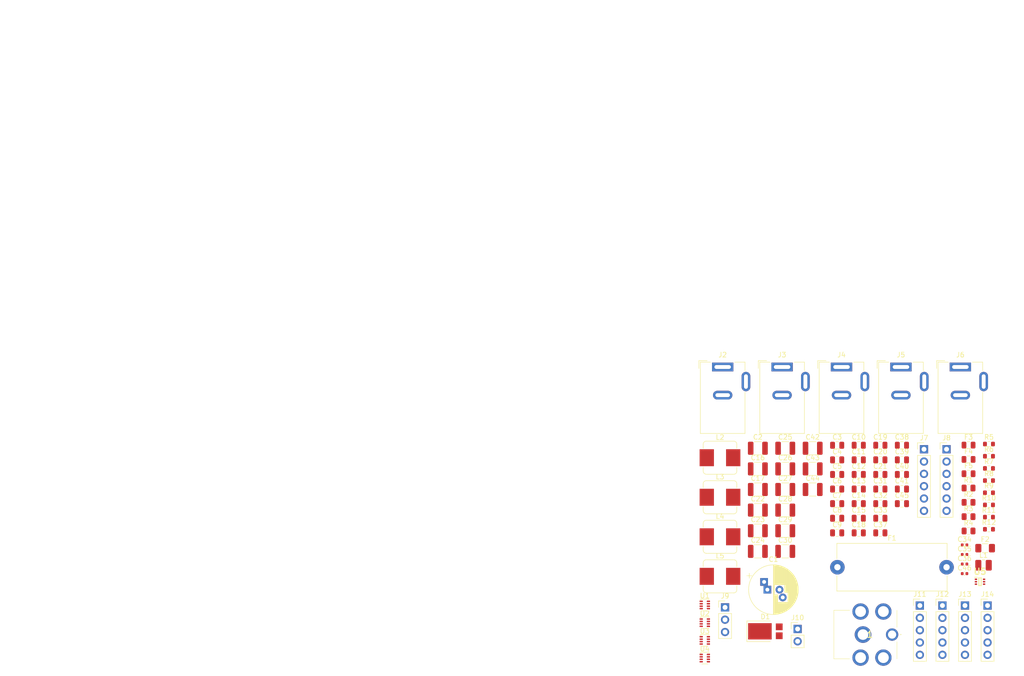
<source format=kicad_pcb>
(kicad_pcb (version 20221018) (generator pcbnew)
  (layers (0 "F.Cu" signal) (31 "B.Cu" signal) (34 "B.Paste" user) (35 "F.Paste" user) (36 "B.SilkS" user "B.Silkscreen") (37 "F.SilkS" user "F.Silkscreen") (38 "B.Mask" user) (39 "F.Mask" user) (44 "Edge.Cuts" user))
  (net 0 "")
  (net 1 "VBUS")
  (net 2 "GND")
  (net 3 "+3.3V")
  (net 4 "Net-(J10-Pin_1)")
  (net 5 "Net-(U1-SW)")
  (net 6 "Net-(U1-BST)")
  (net 7 "Net-(U2-SW)")
  (net 8 "Net-(U2-BST)")
  (net 9 "Net-(U3-SW)")
  (net 10 "Net-(U3-BST)")
  (net 11 "Net-(C22-Pad1)")
  (net 12 "Net-(C23-Pad1)")
  (net 13 "Net-(J9-Pin_1)")
  (net 14 "Net-(U1-FB)")
  (net 15 "Net-(U2-FB)")
  (net 16 "Net-(U3-FB)")
  (net 17 "Net-(U4-SW)")
  (net 18 "Net-(U4-BST)")
  (net 19 "Net-(C42-Pad1)")
  (net 20 "Net-(U4-FB)")
  (net 21 "Net-(D1-A)")
  (net 22 "Net-(F1-Pad1)")
  (net 23 "Net-(J8-Pin_1)")
  (net 24 "Net-(J8-Pin_4)")
  (net 25 "Net-(J7-Pin_1)")
  (net 26 "Net-(J7-Pin_4)")
  (net 27 "Net-(U5-SW)")
  (net 28 "Net-(U5-EN)")
  (net 29 "Net-(U5-FB)")
  (footprint "Fuse:Fuse_0805_2012Metric" (layer "F.Cu") (at 197.08 98.65)
    (fp_text reference "F5" (at 0 -1.65) (layer "F.SilkS"))
    (fp_text value "Polyfuse_Small")
    (pad "1" smd roundrect (at -0.9375 0) (size 0.975 1.4) (layers "F.Cu" "F.Paste" "F.Mask") (net 12 "Net-(C23-Pad1)"))
    (pad "2" smd roundrect (at 0.9375 0) (size 0.975 1.4) (layers "F.Cu" "F.Paste" "F.Mask") (net 26 "Net-(J7-Pin_4)"))
  )
  (footprint "Capacitor_SMD:C_1210_3225Metric" (layer "F.Cu") (at 159.3 114.65)
    (fp_text reference "C30" (at 0 -2.3) (layer "F.SilkS"))
    (fp_text value "22uF")
    (pad "1" smd roundrect (at -1.475 0) (size 1.15 2.7) (layers "F.Cu" "F.Paste" "F.Mask") (roundrect_rratio 0.217391) (net 13 "Net-(J9-Pin_1)"))
    (pad "2" smd roundrect (at 1.475 0) (size 1.15 2.7) (layers "F.Cu" "F.Paste" "F.Mask") (roundrect_rratio 0.217391) (net 2 "GND"))
  )
  (footprint "Capacitor_SMD:C_0805_2012Metric" (layer "F.Cu") (at 170 107.83)
    (fp_text reference "C8" (at 0 -1.68) (layer "F.SilkS"))
    (fp_text value "10uF")
    (pad "1" smd roundrect (at -0.95 0) (size 1 1.45) (layers "F.Cu" "F.Paste" "F.Mask") (net 1 "VBUS"))
    (pad "2" smd roundrect (at 0.95 0) (size 1 1.45) (layers "F.Cu" "F.Paste" "F.Mask") (net 2 "GND"))
  )
  (footprint "Fuse:Fuse_0805_2012Metric" (layer "F.Cu") (at 197.08 95.7)
    (fp_text reference "F4" (at 0 -1.65) (layer "F.SilkS"))
    (fp_text value "Polyfuse_Small")
    (pad "1" smd roundrect (at -0.9375 0) (size 0.975 1.4) (layers "F.Cu" "F.Paste" "F.Mask") (net 12 "Net-(C23-Pad1)"))
    (pad "2" smd roundrect (at 0.9375 0) (size 0.975 1.4) (layers "F.Cu" "F.Paste" "F.Mask") (net 25 "Net-(J7-Pin_1)"))
  )
  (footprint "Wurth:BarrelJack_Wuerth_6941xx301002" (layer "F.Cu") (at 146.4 76.65)
    (fp_text reference "J2" (at 0 -2.5) (layer "F.SilkS"))
    (fp_text value "Barrel_Jack_Switch")
    (pad "1" thru_hole rect (at 0 0) (size 4.4 1.8) (drill oval 3.4 0.8) (layers "*.Cu" "*.Mask") (net 19 "Net-(C42-Pad1)"))
    (pad "2" thru_hole oval (at 0 5.8) (size 4 1.8) (drill oval 3 0.8) (layers "*.Cu" "*.Mask") (net 2 "GND"))
    (pad "3" thru_hole oval (at 4.8 3 90) (size 4 1.8) (drill oval 3 0.8) (layers "*.Cu" "*.Mask") (net 2 "GND"))
  )
  (footprint "Capacitor_SMD:C_1210_3225Metric" (layer "F.Cu") (at 153.65 93.4)
    (fp_text reference "C2" (at 0 -2.3) (layer "F.SilkS"))
    (fp_text value "47uF")
    (pad "1" smd roundrect (at -1.475 0) (size 1.15 2.7) (layers "F.Cu" "F.Paste" "F.Mask") (roundrect_rratio 0.217391) (net 3 "+3.3V"))
    (pad "2" smd roundrect (at 1.475 0) (size 1.15 2.7) (layers "F.Cu" "F.Paste" "F.Mask") (roundrect_rratio 0.217391) (net 2 "GND"))
  )
  (footprint "Inductor_SMD:L_Bourns_SRP7028A_7.3x6.6mm" (layer "F.Cu") (at 145.85 111.65)
    (fp_text reference "L4" (at 0 -4.2) (layer "F.SilkS"))
    (fp_text value "4.6uH")
    (pad "1" smd rect (at -2.725 0) (size 2.95 3.5) (layers "F.Cu" "F.Paste" "F.Mask") (net 9 "Net-(U3-SW)"))
    (pad "2" smd rect (at 2.725 0) (size 2.95 3.5) (layers "F.Cu" "F.Paste" "F.Mask") (net 13 "Net-(J9-Pin_1)"))
  )
  (footprint "Capacitor_SMD:C_1210_3225Metric" (layer "F.Cu") (at 164.95 93.4)
    (fp_text reference "C42" (at 0 -2.3) (layer "F.SilkS"))
    (fp_text value "22uF")
    (pad "1" smd roundrect (at -1.475 0) (size 1.15 2.7) (layers "F.Cu" "F.Paste" "F.Mask") (roundrect_rratio 0.217391) (net 19 "Net-(C42-Pad1)"))
    (pad "2" smd roundrect (at 1.475 0) (size 1.15 2.7) (layers "F.Cu" "F.Paste" "F.Mask") (roundrect_rratio 0.217391) (net 2 "GND"))
  )
  (footprint "Resistor_SMD:R_0603_1608Metric" (layer "F.Cu") (at 201.29 107.59)
    (fp_text reference "R11" (at 0 -1.43) (layer "F.SilkS"))
    (fp_text value "10k")
    (pad "1" smd roundrect (at -0.825 0) (size 0.8 0.95) (layers "F.Cu" "F.Paste" "F.Mask") (net 2 "GND"))
    (pad "2" smd roundrect (at 0.825 0) (size 0.8 0.95) (layers "F.Cu" "F.Paste" "F.Mask") (net 20 "Net-(U4-FB)"))
  )
  (footprint "Resistor_SMD:R_0603_1608Metric" (layer "F.Cu") (at 201.29 92.53)
    (fp_text reference "R5" (at 0 -1.43) (layer "F.SilkS"))
    (fp_text value "10k")
    (pad "1" smd roundrect (at -0.825 0) (size 0.8 0.95) (layers "F.Cu" "F.Paste" "F.Mask") (net 2 "GND"))
    (pad "2" smd roundrect (at 0.825 0) (size 0.8 0.95) (layers "F.Cu" "F.Paste" "F.Mask") (net 14 "Net-(U1-FB)"))
  )
  (footprint "Connector_PinHeader_2.54mm:PinHeader_1x05_P2.54mm_Vertical" (layer "F.Cu") (at 187.05 125.82)
    (fp_text reference "J11" (at 0 -2.33) (layer "F.SilkS"))
    (fp_text value "Conn_01x05_Socket")
    (pad "1" thru_hole rect (at 0 0) (size 1.7 1.7) (drill 1) (layers "*.Cu" "*.Mask") (net 2 "GND"))
    (pad "2" thru_hole oval (at 0 2.54) (size 1.7 1.7) (drill 1) (layers "*.Cu" "*.Mask") (net 2 "GND"))
    (pad "3" thru_hole oval (at 0 5.08) (size 1.7 1.7) (drill 1) (layers "*.Cu" "*.Mask") (net 2 "GND"))
    (pad "4" thru_hole oval (at 0 7.62) (size 1.7 1.7) (drill 1) (layers "*.Cu" "*.Mask") (net 2 "GND"))
    (pad "5" thru_hole oval (at 0 10.16) (size 1.7 1.7) (drill 1) (layers "*.Cu" "*.Mask") (net 2 "GND"))
  )
  (footprint "Package_TO_SOT_SMD:SOT-583-8" (layer "F.Cu") (at 142.72 133)
    (fp_text reference "U3" (at 0 -1.9 unlocked) (layer "F.SilkS"))
    (fp_text value "~")
    (pad "1" smd roundrect (at -0.74 -0.75) (size 0.67 0.3) (layers "F.Cu" "F.Paste" "F.Mask") (roundrect_rratio 0.1666666667))
    (pad "2" smd roundrect (at -0.74 -0.25) (size 0.67 0.3) (layers "F.Cu" "F.Paste" "F.Mask") (roundrect_rratio 0.1666666667))
    (pad "3" smd roundrect (at -0.74 0.25) (size 0.67 0.3) (layers "F.Cu" "F.Paste" "F.Mask") (roundrect_rratio 0.1666666667) (net 1 "VBUS"))
    (pad "4" smd roundrect (at -0.74 0.75) (size 0.67 0.3) (layers "F.Cu" "F.Paste" "F.Mask") (roundrect_rratio 0.1666666667) (net 2 "GND"))
    (pad "5" smd roundrect (at 0.74 0.75) (size 0.67 0.3) (layers "F.Cu" "F.Paste" "F.Mask") (roundrect_rratio 0.1666666667) (net 9 "Net-(U3-SW)"))
    (pad "6" smd roundrect (at 0.74 0.25) (size 0.67 0.3) (layers "F.Cu" "F.Paste" "F.Mask") (roundrect_rratio 0.1666666667) (net 10 "Net-(U3-BST)"))
    (pad "7" smd roundrect (at 0.74 -0.25) (size 0.67 0.3) (layers "F.Cu" "F.Paste" "F.Mask") (roundrect_rratio 0.1666666667))
    (pad "8" smd roundrect (at 0.74 -0.75) (size 0.67 0.3) (layers "F.Cu" "F.Paste" "F.Mask") (roundrect_rratio 0.1666666667) (net 16 "Net-(U3-FB)"))
  )
  (footprint "Capacitor_SMD:C_1210_3225Metric" (layer "F.Cu") (at 153.65 110.4)
    (fp_text reference "C23" (at 0 -2.3) (layer "F.SilkS"))
    (fp_text value "22uF")
    (pad "1" smd roundrect (at -1.475 0) (size 1.15 2.7) (layers "F.Cu" "F.Paste" "F.Mask") (roundrect_rratio 0.217391) (net 12 "Net-(C23-Pad1)"))
    (pad "2" smd roundrect (at 1.475 0) (size 1.15 2.7) (layers "F.Cu" "F.Paste" "F.Mask") (roundrect_rratio 0.217391) (net 2 "GND"))
  )
  (footprint "Inductor_SMD:L_Bourns_SRP7028A_7.3x6.6mm" (layer "F.Cu") (at 145.85 95.35)
    (fp_text reference "L2" (at 0 -4.2) (layer "F.SilkS"))
    (fp_text value "6.2uH")
    (pad "1" smd rect (at -2.725 0) (size 2.95 3.5) (layers "F.Cu" "F.Paste" "F.Mask") (net 5 "Net-(U1-SW)"))
    (pad "2" smd rect (at 2.725 0) (size 2.95 3.5) (layers "F.Cu" "F.Paste" "F.Mask") (net 11 "Net-(C22-Pad1)"))
  )
  (footprint "Package_TO_SOT_SMD:SOT-583-8" (layer "F.Cu") (at 142.72 136.65)
    (fp_text reference "U4" (at 0 -1.9 unlocked) (layer "F.SilkS"))
    (fp_text value "~")
    (pad "1" smd roundrect (at -0.74 -0.75) (size 0.67 0.3) (layers "F.Cu" "F.Paste" "F.Mask") (roundrect_rratio 0.1666666667))
    (pad "2" smd roundrect (at -0.74 -0.25) (size 0.67 0.3) (layers "F.Cu" "F.Paste" "F.Mask") (roundrect_rratio 0.1666666667))
    (pad "3" smd roundrect (at -0.74 0.25) (size 0.67 0.3) (layers "F.Cu" "F.Paste" "F.Mask") (roundrect_rratio 0.1666666667) (net 1 "VBUS"))
    (pad "4" smd roundrect (at -0.74 0.75) (size 0.67 0.3) (layers "F.Cu" "F.Paste" "F.Mask") (roundrect_rratio 0.1666666667) (net 2 "GND"))
    (pad "5" smd roundrect (at 0.74 0.75) (size 0.67 0.3) (layers "F.Cu" "F.Paste" "F.Mask") (roundrect_rratio 0.1666666667) (net 17 "Net-(U4-SW)"))
    (pad "6" smd roundrect (at 0.74 0.25) (size 0.67 0.3) (layers "F.Cu" "F.Paste" "F.Mask") (roundrect_rratio 0.1666666667) (net 18 "Net-(U4-BST)"))
    (pad "7" smd roundrect (at 0.74 -0.25) (size 0.67 0.3) (layers "F.Cu" "F.Paste" "F.Mask") (roundrect_rratio 0.1666666667))
    (pad "8" smd roundrect (at 0.74 -0.75) (size 0.67 0.3) (layers "F.Cu" "F.Paste" "F.Mask") (roundrect_rratio 0.1666666667) (net 20 "Net-(U4-FB)"))
  )
  (footprint "Connector_PinHeader_2.54mm:PinHeader_1x05_P2.54mm_Vertical" (layer "F.Cu") (at 196.35 125.82)
    (fp_text reference "J13" (at 0 -2.33) (layer "F.SilkS"))
    (fp_text value "Conn_01x05_Socket")
    (pad "1" thru_hole rect (at 0 0) (size 1.7 1.7) (drill 1) (layers "*.Cu" "*.Mask") (net 2 "GND"))
    (pad "2" thru_hole oval (at 0 2.54) (size 1.7 1.7) (drill 1) (layers "*.Cu" "*.Mask") (net 2 "GND"))
    (pad "3" thru_hole oval (at 0 5.08) (size 1.7 1.7) (drill 1) (layers "*.Cu" "*.Mask") (net 2 "GND"))
    (pad "4" thru_hole oval (at 0 7.62) (size 1.7 1.7) (drill 1) (layers "*.Cu" "*.Mask") (net 2 "GND"))
    (pad "5" thru_hole oval (at 0 10.16) (size 1.7 1.7) (drill 1) (layers "*.Cu" "*.Mask") (net 2 "GND"))
  )
  (footprint "Inductor_SMD:L_Bourns_SRP7028A_7.3x6.6mm" (layer "F.Cu") (at 145.85 119.8)
    (fp_text reference "L5" (at 0 -4.2) (layer "F.SilkS"))
    (fp_text value "8.5uH")
    (pad "1" smd rect (at -2.725 0) (size 2.95 3.5) (layers "F.Cu" "F.Paste" "F.Mask") (net 17 "Net-(U4-SW)"))
    (pad "2" smd rect (at 2.725 0) (size 2.95 3.5) (layers "F.Cu" "F.Paste" "F.Mask") (net 19 "Net-(C42-Pad1)"))
  )
  (footprint "Fuse:Fuseholder_Cylinder-5x20mm_Schurter_0031_8201_Horizontal_Open" (layer "F.Cu") (at 170.05 117.92)
    (fp_text reference "F1" (at 11.25 -6) (layer "F.SilkS"))
    (fp_text value ">7A")
    (pad "" np_thru_hole circle (at 11.25 0) (size 2.7 2.7) (drill 2.7) (layers "*.Cu" "*.Mask"))
    (pad "1" thru_hole circle (at 0 0) (size 3 3) (drill 1.3) (layers "*.Cu" "*.Mask") (net 22 "Net-(F1-Pad1)"))
    (pad "2" thru_hole circle (at 22.5 0) (size 3 3) (drill 1.3) (layers "*.Cu" "*.Mask") (net 21 "Net-(D1-A)"))
  )
  (footprint "Capacitor_SMD:C_0805_2012Metric" (layer "F.Cu") (at 170 110.84)
    (fp_text reference "C9" (at 0 -1.68) (layer "F.SilkS"))
    (fp_text value "10uF")
    (pad "1" smd roundrect (at -0.95 0) (size 1 1.45) (layers "F.Cu" "F.Paste" "F.Mask") (net 1 "VBUS"))
    (pad "2" smd roundrect (at 0.95 0) (size 1 1.45) (layers "F.Cu" "F.Paste" "F.Mask") (net 2 "GND"))
  )
  (footprint "Capacitor_SMD:C_1210_3225Metric" (layer "F.Cu") (at 153.65 106.15)
    (fp_text reference "C22" (at 0 -2.3) (layer "F.SilkS"))
    (fp_text value "22uF")
    (pad "1" smd roundrect (at -1.475 0) (size 1.15 2.7) (layers "F.Cu" "F.Paste" "F.Mask") (roundrect_rratio 0.217391) (net 11 "Net-(C22-Pad1)"))
    (pad "2" smd roundrect (at 1.475 0) (size 1.15 2.7) (layers "F.Cu" "F.Paste" "F.Mask") (roundrect_rratio 0.217391) (net 2 "GND"))
  )
  (footprint "Wurth:BarrelJack_Wuerth_6941xx301002" (layer "F.Cu") (at 195.4 76.65)
    (fp_text reference "J6" (at 0 -2.5) (layer "F.SilkS"))
    (fp_text value "Barrel_Jack_Switch")
    (pad "1" thru_hole rect (at 0 0) (size 4.4 1.8) (drill oval 3.4 0.8) (layers "*.Cu" "*.Mask") (net 1 "VBUS"))
    (pad "2" thru_hole oval (at 0 5.8) (size 4 1.8) (drill oval 3 0.8) (layers "*.Cu" "*.Mask") (net 2 "GND"))
    (pad "3" thru_hole oval (at 4.8 3 90) (size 4 1.8) (drill oval 3 0.8) (layers "*.Cu" "*.Mask") (net 2 "GND"))
  )
  (footprint "Capacitor_SMD:C_0805_2012Metric" (layer "F.Cu") (at 183.35 95.79)
    (fp_text reference "C39" (at 0 -1.68) (layer "F.SilkS"))
    (fp_text value "10uF")
    (pad "1" smd roundrect (at -0.95 0) (size 1 1.45) (layers "F.Cu" "F.Paste" "F.Mask") (net 1 "VBUS"))
    (pad "2" smd roundrect (at 0.95 0) (size 1 1.45) (layers "F.Cu" "F.Paste" "F.Mask") (net 2 "GND"))
  )
  (footprint "Package_TO_SOT_SMD:SOT-583-8" (layer "F.Cu") (at 142.72 125.7)
    (fp_text reference "U1" (at 0 -1.9 unlocked) (layer "F.SilkS"))
    (fp_text value "~")
    (pad "1" smd roundrect (at -0.74 -0.75) (size 0.67 0.3) (layers "F.Cu" "F.Paste" "F.Mask") (roundrect_rratio 0.1666666667))
    (pad "2" smd roundrect (at -0.74 -0.25) (size 0.67 0.3) (layers "F.Cu" "F.Paste" "F.Mask") (roundrect_rratio 0.1666666667))
    (pad "3" smd roundrect (at -0.74 0.25) (size 0.67 0.3) (layers "F.Cu" "F.Paste" "F.Mask") (roundrect_rratio 0.1666666667) (net 1 "VBUS"))
    (pad "4" smd roundrect (at -0.74 0.75) (size 0.67 0.3) (layers "F.Cu" "F.Paste" "F.Mask") (roundrect_rratio 0.1666666667) (net 2 "GND"))
    (pad "5" smd roundrect (at 0.74 0.75) (size 0.67 0.3) (layers "F.Cu" "F.Paste" "F.Mask") (roundrect_rratio 0.1666666667) (net 5 "Net-(U1-SW)"))
    (pad "6" smd roundrect (at 0.74 0.25) (size 0.67 0.3) (layers "F.Cu" "F.Paste" "F.Mask") (roundrect_rratio 0.1666666667) (net 6 "Net-(U1-BST)"))
    (pad "7" smd roundrect (at 0.74 -0.25) (size 0.67 0.3) (layers "F.Cu" "F.Paste" "F.Mask") (roundrect_rratio 0.1666666667))
    (pad "8" smd roundrect (at 0.74 -0.75) (size 0.67 0.3) (layers "F.Cu" "F.Paste" "F.Mask") (roundrect_rratio 0.1666666667) (net 14 "Net-(U1-FB)"))
  )
  (footprint "Capacitor_SMD:C_0805_2012Metric" (layer "F.Cu") (at 170 98.8)
    (fp_text reference "C5" (at 0 -1.68) (layer "F.SilkS"))
    (fp_text value "10uF")
    (pad "1" smd roundrect (at -0.95 0) (size 1 1.45) (layers "F.Cu" "F.Paste" "F.Mask") (net 1 "VBUS"))
    (pad "2" smd roundrect (at 0.95 0) (size 1 1.45) (layers "F.Cu" "F.Paste" "F.Mask") (net 2 "GND"))
  )
  (footprint "Texas Instruments:SOTFL50P160X60-6N" (layer "F.Cu") (at 199.445 120.91)
    (fp_text reference "U5" (at 0 -2.1) (layer "F.SilkS") (effects (font (size 1.27 1.27) (thickness 0.254))))
    (fp_text value "TPS564242DRLR" hide)
    (pad "1" smd rect (at -0.838 -0.5 90) (size 0.3 0.475) (layers "F.Cu" "F.Paste" "F.Mask") (net 3 "+3.3V"))
    (pad "2" smd rect (at -0.838 0 90) (size 0.3 0.475) (layers "F.Cu" "F.Paste" "F.Mask") (net 27 "Net-(U5-SW)"))
    (pad "3" smd rect (at -0.838 0.5 90) (size 0.3 0.475) (layers "F.Cu" "F.Paste" "F.Mask") (net 2 "GND"))
    (pad "4" smd rect (at 0.838 0.5 90) (size 0.3 0.475) (layers "F.Cu" "F.Paste" "F.Mask") (net 2 "GND"))
    (pad "5" smd rect (at 0.838 0 90) (size 0.3 0.475) (layers "F.Cu" "F.Paste" "F.Mask") (net 28 "Net-(U5-EN)"))
    (pad "6" smd rect (at 0.838 -0.5 90) (size 0.3 0.475) (layers "F.Cu" "F.Paste" "F.Mask") (net 29 "Net-(U5-FB)"))
  )
  (footprint "CUIDevices:PJ082BH" (layer "F.Cu") (at 181.325 131.805)
    (fp_text reference "J1" (at -5.075 0) (layer "F.SilkS") (effects (font (size 1.27 1.27) (thickness 0.254))))
    (fp_text value "Barrel_Jack_MountingPin" hide)
    (pad "" np_thru_hole circle (at -9.25 0) (size 1.6 1.6) (drill 1.6) (layers "*.Cu" "*.Mask"))
    (pad "1" thru_hole circle (at 0 0) (size 2.55 2.55) (drill 1.7) (layers "*.Cu" "*.Mask") (net 22 "Net-(F1-Pad1)"))
    (pad "2" thru_hole circle (at -6 0) (size 3.42 3.42) (drill 2.193) (layers "*.Cu" "*.Mask") (net 2 "GND"))
    (pad "MP" thru_hole circle (at -6.5 -4.75) (size 3.36 3.36) (drill 2.24) (layers "*.Cu" "*.Mask") (net 2 "GND"))
    (pad "MP" thru_hole circle (at -6.5 4.75) (size 3.36 3.36) (drill 2.24) (layers "*.Cu" "*.Mask") (net 2 "GND"))
    (pad "MP" thru_hole circle (at -1.8 -4.75) (size 3.36 3.36) (drill 2.24) (layers "*.Cu" "*.Mask") (net 2 "GND"))
    (pad "MP" thru_hole circle (at -1.8 4.75) (size 3.36 3.36) (drill 2.24) (layers "*.Cu" "*.Mask") (net 2 "GND"))
  )
  (footprint "Capacitor_SMD:C_1210_3225Metric" (layer "F.Cu") (at 153.65 101.9)
    (fp_text reference "C17" (at 0 -2.3) (layer "F.SilkS"))
    (fp_text value "22uF")
    (pad "1" smd roundrect (at -1.475 0) (size 1.15 2.7) (layers "F.Cu" "F.Paste" "F.Mask") (roundrect_rratio 0.217391) (net 4 "Net-(J10-Pin_1)"))
    (pad "2" smd roundrect (at 1.475 0) (size 1.15 2.7) (layers "F.Cu" "F.Paste" "F.Mask") (roundrect_rratio 0.217391) (net 2 "GND"))
  )
  (footprint "Fuse:Fuse_0805_2012Metric" (layer "F.Cu") (at 197.08 92.75)
    (fp_text reference "F3" (at 0 -1.65) (layer "F.SilkS"))
    (fp_text value "Polyfuse_Small")
    (pad "1" smd roundrect (at -0.9375 0) (size 0.975 1.4) (layers "F.Cu" "F.Paste" "F.Mask") (net 11 "Net-(C22-Pad1)"))
    (pad "2" smd roundrect (at 0.9375 0) (size 0.975 1.4) (layers "F.Cu" "F.Paste" "F.Mask") (net 24 "Net-(J8-Pin_4)"))
  )
  (footprint "Capacitor_SMD:C_0805_2012Metric" (layer "F.Cu") (at 183.35 101.81)
    (fp_text reference "C41" (at 0 -1.68) (layer "F.SilkS"))
    (fp_text value "100nF")
    (pad "1" smd roundrect (at -0.95 0) (size 1 1.45) (layers "F.Cu" "F.Paste" "F.Mask") (net 17 "Net-(U4-SW)"))
    (pad "2" smd roundrect (at 0.95 0) (size 1 1.45) (layers "F.Cu" "F.Paste" "F.Mask") (net 18 "Net-(U4-BST)"))
  )
  (footprint "Capacitor_SMD:C_0805_2012Metric" (layer "F.Cu") (at 170 95.79)
    (fp_text reference "C4" (at 0 -1.68) (layer "F.SilkS"))
    (fp_text value "10uF")
    (pad "1" smd roundrect (at -0.95 0) (size 1 1.45) (layers "F.Cu" "F.Paste" "F.Mask") (net 1 "VBUS"))
    (pad "2" smd roundrect (at 0.95 0) (size 1 1.45) (layers "F.Cu" "F.Paste" "F.Mask") (net 2 "GND"))
  )
  (footprint "Capacitor_SMD:C_1210_3225Metric" (layer "F.Cu") (at 164.95 97.65)
    (fp_text reference "C43" (at 0 -2.3) (layer "F.SilkS"))
    (fp_text value "22uF")
    (pad "1" smd roundrect (at -1.475 0) (size 1.15 2.7) (layers "F.Cu" "F.Paste" "F.Mask") (roundrect_rratio 0.217391) (net 19 "Net-(C42-Pad1)"))
    (pad "2" smd roundrect (at 1.475 0) (size 1.15 2.7) (layers "F.Cu" "F.Paste" "F.Mask") (roundrect_rratio 0.217391) (net 2 "GND"))
  )
  (footprint "Capacitor_SMD:C_1210_3225Metric" (layer "F.Cu") (at 159.3 97.65)
    (fp_text reference "C26" (at 0 -2.3) (layer "F.SilkS"))
    (fp_text value "22uF")
    (pad "1" smd roundrect (at -1.475 0) (size 1.15 2.7) (layers "F.Cu" "F.Paste" "F.Mask") (roundrect_rratio 0.217391) (net 12 "Net-(C23-Pad1)"))
    (pad "2" smd roundrect (at 1.475 0) (size 1.15 2.7) (layers "F.Cu" "F.Paste" "F.Mask") (roundrect_rratio 0.217391) (net 2 "GND"))
  )
  (footprint "Resistor_SMD:R_0805_2012Metric" (layer "F.Cu") (at 197.08 110.45)
    (fp_text reference "R4" (at 0 -1.65) (layer "F.SilkS"))
    (fp_text value "10k")
    (pad "1" smd roundrect (at -0.9125 0) (size 1.025 1.4) (layers "F.Cu" "F.Paste" "F.Mask") (roundrect_rratio 0.243902) (net 29 "Net-(U5-FB)"))
    (pad "2" smd roundrect (at 0.9125 0) (size 1.025 1.4) (layers "F.Cu" "F.Paste" "F.Mask") (roundrect_rratio 0.243902) (net 2 "GND"))
  )
  (footprint "Inductor_SMD:L_1008_2520Metric" (layer "F.Cu") (at 200.17 117.51)
    (fp_text reference "L1" (at 0 -2.05) (layer "F.SilkS"))
    (fp_text value "1uH")
    (pad "1" smd roundrect (at -1.075 0) (size 1.25 2.2) (layers "F.Cu" "F.Paste" "F.Mask") (roundrect_rratio 0.2) (net 27 "Net-(U5-SW)"))
    (pad "2" smd roundrect (at 1.075 0) (size 1.25 2.2) (layers "F.Cu" "F.Paste" "F.Mask") (roundrect_rratio 0.2) (net 4 "Net-(J10-Pin_1)"))
  )
  (footprint "Wurth:BarrelJack_Wuerth_6941xx301002" (layer "F.Cu") (at 183.15 76.65)
    (fp_text reference "J5" (at 0 -2.5) (layer "F.SilkS"))
    (fp_text value "Barrel_Jack_Switch")
    (pad "1" thru_hole rect (at 0 0) (size 4.4 1.8) (drill oval 3.4 0.8) (layers "*.Cu" "*.Mask") (net 1 "VBUS"))
    (pad "2" thru_hole oval (at 0 5.8) (size 4 1.8) (drill oval 3 0.8) (layers "*.Cu" "*.Mask") (net 2 "GND"))
    (pad "3" thru_hole oval (at 4.8 3 90) (size 4 1.8) (drill oval 3 0.8) (layers "*.Cu" "*.Mask") (net 2 "GND"))
  )
  (footprint "Capacitor_SMD:C_0805_2012Metric" (layer "F.Cu") (at 183.35 98.8)
    (fp_text reference "C40" (at 0 -1.68) (layer "F.SilkS"))
    (fp_text value "100nF")
    (pad "1" smd roundrect (at -0.95 0) (size 1 1.45) (layers "F.Cu" "F.Paste" "F.Mask") (net 1 "VBUS"))
    (pad "2" smd roundrect (at 0.95 0) (size 1 1.45) (layers "F.Cu" "F.Paste" "F.Mask") (net 2 "GND"))
  )
  (footprint "Resistor_SMD:R_0603_1608Metric" (layer "F.Cu") (at 201.29 95.04)
    (fp_text reference "R6" (at 0 -1.43) (layer "F.SilkS"))
    (fp_text value "10k")
    (pad "1" smd roundrect (at -0.825 0) (size 0.8 0.95) (layers "F.Cu" "F.Paste" "F.Mask") (net 2 "GND"))
    (pad "2" smd roundrect (at 0.825 0) (size 0.8 0.95) (layers "F.Cu" "F.Paste" "F.Mask") (net 15 "Net-(U2-FB)"))
  )
  (footprint "Capacitor_SMD:C_0805_2012Metric" (layer "F.Cu") (at 174.45 92.78)
    (fp_text reference "C10" (at 0 -1.68) (layer "F.SilkS"))
    (fp_text value "10uF")
    (pad "1" smd roundrect (at -0.95 0) (size 1 1.45) (layers "F.Cu" "F.Paste" "F.Mask") (net 1 "VBUS"))
    (pad "2" smd roundrect (at 0.95 0) (size 1 1.45) (layers "F.Cu" "F.Paste" "F.Mask") (net 2 "GND"))
  )
  (footprint "Resistor_SMD:R_0805_2012Metric" (layer "F.Cu") (at 197.08 104.55)
    (fp_text reference "R2" (at 0 -1.65) (layer "F.SilkS"))
    (fp_text value "57k6")
    (pad "1" smd roundrect (at -0.9125 0) (size 1.025 1.4) (layers "F.Cu" "F.Paste" "F.Mask") (roundrect_rratio 0.243902) (net 28 "Net-(U5-EN)"))
    (pad "2" smd roundrect (at 0.9125 0) (size 1.025 1.4) (layers "F.Cu" "F.Paste" "F.Mask") (roundrect_rratio 0.243902) (net 2 "GND"))
  )
  (footprint "Capacitor_SMD:C_0805_2012Metric" (layer "F.Cu") (at 174.45 101.81)
    (fp_text reference "C13" (at 0 -1.68) (layer "F.SilkS"))
    (fp_text value "100nF")
    (pad "1" smd roundrect (at -0.95 0) (size 1 1.45) (layers "F.Cu" "F.Paste" "F.Mask") (net 1 "VBUS"))
    (pad "2" smd roundrect (at 0.95 0) (size 1 1.45) (layers "F.Cu" "F.Paste" "F.Mask") (net 2 "GND"))
  )
  (footprint "Resistor_SMD:R_0805_2012Metric" (layer "F.Cu") (at 197.08 107.5)
    (fp_text reference "R3" (at 0 -1.65) (layer "F.SilkS"))
    (fp_text value "8k25")
    (pad "1" smd roundrect (at -0.9125 0) (size 1.025 1.4) (layers "F.Cu" "F.Paste" "F.Mask") (roundrect_rratio 0.243902) (net 4 "Net-(J10-Pin_1)"))
    (pad "2" smd roundrect (at 0.9125 0) (size 1.025 1.4) (layers "F.Cu" "F.Paste" "F.Mask") (roundrect_rratio 0.243902) (net 29 "Net-(U5-FB)"))
  )
  (footprint "Capacitor_SMD:C_0805_2012Metric" (layer "F.Cu") (at 170 104.82)
    (fp_text reference "C7" (at 0 -1.68) (layer "F.SilkS"))
    (fp_text value "10uF")
    (pad "1" smd roundrect (at -0.95 0) (size 1 1.45) (layers "F.Cu" "F.Paste" "F.Mask") (net 1 "VBUS"))
    (pad "2" smd roundrect (at 0.95 0) (size 1 1.45) (layers "F.Cu" "F.Paste" "F.Mask") (net 2 "GND"))
  )
  (footprint "Capacitor_SMD:C_1210_3225Metric" (layer "F.Cu") (at 153.65 114.65)
    (fp_text reference "C24" (at 0 -2.3) (layer "F.SilkS"))
    (fp_text value "22uF")
    (pad "1" smd roundrect (at -1.475 0) (size 1.15 2.7) (layers "F.Cu" "F.Paste" "F.Mask") (roundrect_rratio 0.217391) (net 13 "Net-(J9-Pin_1)"))
    (pad "2" smd roundrect (at 1.475 0) (size 1.15 2.7) (layers "F.Cu" "F.Paste" "F.Mask") (roundrect_rratio 0.217391) (net 2 "GND"))
  )
  (footprint "Connector_PinHeader_2.54mm:PinHeader_1x02_P2.54mm_Vertical" (layer "F.Cu") (at 161.85 130.65)
    (fp_text reference "J10" (at 0 -2.33) (layer "F.SilkS"))
    (fp_text value "Conn_01x02_Socket")
    (pad "1" thru_hole rect (at 0 0) (size 1.7 1.7) (drill 1) (layers "*.Cu" "*.Mask") (net 4 "Net-(J10-Pin_1)"))
    (pad "2" thru_hole oval (at 0 2.54) (size 1.7 1.7) (drill 1) (layers "*.Cu" "*.Mask") (net 4 "Net-(J10-Pin_1)"))
  )
  (footprint "Resistor_SMD:R_0603_1608Metric" (layer "F.Cu") (at 201.29 100.06)
    (fp_text reference "R8" (at 0 -1.43) (layer "F.SilkS"))
    (fp_text value "33k6")
    (pad "1" smd roundrect (at -0.825 0) (size 0.8 0.95) (layers "F.Cu" "F.Paste" "F.Mask") (net 14 "Net-(U1-FB)"))
    (pad "2" smd roundrect (at 0.825 0) (size 0.8 0.95) (layers "F.Cu" "F.Paste" "F.Mask") (net 11 "Net-(C22-Pad1)"))
  )
  (footprint "Capacitor_SMD:C_0805_2012Metric" (layer "F.Cu") (at 174.45 107.83)
    (fp_text reference "C15" (at 0 -1.68) (layer "F.SilkS"))
    (fp_text value "100nF")
    (pad "1" smd roundrect (at -0.95 0) (size 1 1.45) (layers "F.Cu" "F.Paste" "F.Mask") (net 1 "VBUS"))
    (pad "2" smd roundrect (at 0.95 0) (size 1 1.45) (layers "F.Cu" "F.Paste" "F.Mask") (net 2 "GND"))
  )
  (footprint "Capacitor_SMD:C_1210_3225Metric" (layer "F.Cu") (at 153.65 97.65)
    (fp_text reference "C16" (at 0 -2.3) (layer "F.SilkS"))
    (fp_text value "22uF")
    (pad "1" smd roundrect (at -1.475 0) (size 1.15 2.7) (layers "F.Cu" "F.Paste" "F.Mask") (roundrect_rratio 0.217391) (net 4 "Net-(J10-Pin_1)"))
    (pad "2" smd roundrect (at 1.475 0) (size 1.15 2.7) (layers "F.Cu" "F.Paste" "F.Mask") (roundrect_rratio 0.217391) (net 2 "GND"))
  )
  (footprint "Wurth:BarrelJack_Wuerth_6941xx301002" (layer "F.Cu") (at 158.65 76.65)
    (fp_text reference "J3" (at 0 -2.5) (layer "F.SilkS"))
    (fp_text value "Barrel_Jack_Switch")
    (pad "1" thru_hole rect (at 0 0) (size 4.4 1.8) (drill oval 3.4 0.8) (layers "*.Cu" "*.Mask") (net 19 "Net-(C42-Pad1)"))
    (pad "2" thru_hole oval (at 0 5.8) (size 4 1.8) (drill oval 3 0.8) (layers "*.Cu" "*.Mask") (net 2 "GND"))
    (pad "3" thru_hole oval (at 4.8 3 90) (size 4 1.8) (drill oval 3 0.8) (layers "*.Cu" "*.Mask") (net 2 "GND"))
  )
  (footprint "Capacitor_SMD:C_0805_2012Metric" (layer "F.Cu") (at 178.9 107.83)
    (fp_text reference "C33" (at 0 -1.68) (layer "F.SilkS"))
    (fp_text value "100nF")
    (pad "1" smd roundrect (at -0.95 0) (size 1 1.45) (layers "F.Cu" "F.Paste" "F.Mask") (net 13 "Net-(J9-Pin_1)"))
    (pad "2" smd roundrect (at 0.95 0) (size 1 1.45) (layers "F.Cu" "F.Paste" "F.Mask") (net 2 "GND"))
  )
  (footprint "Capacitor_SMD:C_0805_2012Metric" (layer "F.Cu") (at 178.9 98.8)
    (fp_text reference "C21" (at 0 -1.68) (layer "F.SilkS"))
    (fp_text value "100nF")
    (pad "1" smd roundrect (at -0.95 0) (size 1 1.45) (layers "F.Cu" "F.Paste" "F.Mask") (net 9 "Net-(U3-SW)"))
    (pad "2" smd roundrect (at 0.95 0) (size 1 1.45) (layers "F.Cu" "F.Paste" "F.Mask") (net 10 "Net-(U3-BST)"))
  )
  (footprint "Capacitor_SMD:C_0402_1005Metric" (layer "F.Cu") (at 196.26 115.3)
    (fp_text reference "C35" (at 0 -1.16) (layer "F.SilkS"))
    (fp_text value "10pF")
    (pad "1" smd roundrect (at -0.48 0) (size 0.56 0.62) (layers "F.Cu" "F.Paste" "F.Mask") (net 15 "Net-(U2-FB)"))
    (pad "2" smd roundrect (at 0.48 0) (size 0.56 0.62) (layers "F.Cu" "F.Paste" "F.Mask") (net 12 "Net-(C23-Pad1)"))
  )
  (footprint "Resistor_SMD:R_0603_1608Metric" (layer "F.Cu") (at 201.29 105.08)
    (fp_text reference "R10" (at 0 -1.43) (layer "F.SilkS"))
    (fp_text value "31k2")
    (pad "1" smd roundrect (at -0.825 0) (size 0.8 0.95) (layers "F.Cu" "F.Paste" "F.Mask") (net 16 "Net-(U3-FB)"))
    (pad "2" smd roundrect (at 0.825 0) (size 0.8 0.95) (layers "F.Cu" "F.Paste" "F.Mask") (net 13 "Net-(J9-Pin_1)"))
  )
  (footprint "Diode_SMD:D_PowerDI-5" (layer "F.Cu") (at 155.195 131.13)
    (fp_text reference "D1" (at 0 -3) (layer "F.SilkS"))
    (fp_text value "D_Schottky")
    (pad "1" smd rect (at -1.12 0 180) (size 4.86 3.36) (layers "F.Cu" "F.Paste" "F.Mask") (net 1 "VBUS"))
    (pad "2" smd rect (at 2.862 -0.92 180) (size 1.4 1.39) (layers "F.Cu" "F.Paste" "F.Mask") (net 21 "Net-(D1-A)"))
    (pad "2" smd rect (at 2.862 0.92 180) (size 1.4 1.39) (layers "F.Cu" "F.Paste" "F.Mask") (net 21 "Net-(D1-A)"))
  )
  (footprint "Capacitor_THT:CP_Radial_D10.0mm_P2.50mm_P5.00mm" (layer "F.Cu") (at 155.614646 122.55)
    (fp_text reference "C1" (at 1.25 -6.25) (layer "F.SilkS"))
    (fp_text value "100uF")
    (pad "1" thru_hole rect (at -0.670937 -1.6) (size 1.6 1.6) (drill 0.8) (layers "*.Cu" "*.Mask") (net 1 "VBUS"))
    (pad "1" thru_hole rect (at 0 0) (size 1.6 1.6) (drill 0.8) (layers "*.Cu" "*.Mask") (net 1 "VBUS"))
    (pad "2" thru_hole circle (at 2.5 0) (size 1.6 1.6) (drill 0.8) (layers "*.Cu" "*.Mask") (net 2 "GND"))
    (pad "2" thru_hole circle (at 3.170937 1.6) (size 1.6 1.6) (drill 0.8) (layers "*.Cu" "*.Mask") (net 2 "GND"))
  )
  (footprint "Capacitor_SMD:C_1210_3225Metric" (layer "F.Cu") (at 159.3 101.9)
    (fp_text reference "C27" (at 0 -2.3) (layer "F.SilkS"))
    (fp_text value "22uF")
    (pad "1" smd roundrect (at -1.475 0) (size 1.15 2.7) (layers "F.Cu" "F.Paste" "F.Mask") (roundrect_rratio 0.217391) (net 13 "Net-(J9-Pin_1)"))
    (pad "2" smd roundrect (at 1.475 0) (size 1.15 2.7) (layers "F.Cu" "F.Paste" "F.Mask") (roundrect_rratio 0.217391) (net 2 "GND"))
  )
  (footprint "Capacitor_SMD:C_0805_2012Metric" (layer "F.Cu") (at 183.35 92.78)
    (fp_text reference "C38" (at 0 -1.68) (layer "F.SilkS"))
    (fp_text value "10uF")
    (pad "1" smd roundrect (at -0.95 0) (size 1 1.45) (layers "F.Cu" "F.Paste" "F.Mask") (net 1 "VBUS"))
    (pad "2" smd roundrect (at 0.95 0) (size 1 1.45) (layers "F.Cu" "F.Paste" "F.Mask") (net 2 "GND"))
  )
  (footprint "Capacitor_SMD:C_0805_2012Metric" (layer "F.Cu") (at 178.9 95.79)
    (fp_text reference "C20" (at 0 -1.68) (layer "F.SilkS"))
    (fp_text value "100nF")
    (pad "1" smd roundrect (at -0.95 0) (size 1 1.45) (layers "F.Cu" "F.Paste" "F.Mask") (net 7 "Net-(U2-SW)"))
    (pad "2" smd roundrect (at 0.95 0) (size 1 1.45) (layers "F.Cu" "F.Paste" "F.Mask") (net 8 "Net-(U2-BST)"))
  )
  (footprint "Capacitor_SMD:C_0805_2012Metric" (layer "F.Cu") (at 174.45 110.84)
    (fp_text reference "C18" (at 0 -1.68) (layer "F.SilkS"))
    (fp_text value "100nF")
    (pad "1" smd roundrect (at -0.95 0) (size 1 1.45) (layers "F.Cu" "F.Paste" "F.Mask") (net 4 "Net-(J10-Pin_1)"))
    (pad "2" smd roundrect (at 0.95 0) (size 1 1.45) (layers "F.Cu" "F.Paste" "F.Mask") (net 2 "GND"))
  )
  (footprint "Resistor_SMD:R_0805_2012Metric" (layer "F.Cu") (at 197.08 101.6)
    (fp_text reference "R1" (at 0 -1.65) (layer "F.SilkS"))
    (fp_text value "100k")
    (pad "1" smd roundrect (at -0.9125 0) (size 1.025 1.4) (layers "F.Cu" "F.Paste" "F.Mask") (roundrect_rratio 0.243902) (net 3 "+3.3V"))
    (pad "2" smd roundrect (at 0.9125 0) (size 1.025 1.4) (layers "F.Cu" "F.Paste" "F.Mask") (roundrect_rratio 0.243902) (net 28 "Net-(U5-EN)"))
  )
  (footprint "Wurth:BarrelJack_Wuerth_6941xx301002" (layer "F.Cu") (at 170.9 76.65)
    (fp_text reference "J4" (at 0 -2.5) (layer "F.SilkS"))
    (fp_text value "Barrel_Jack_Switch")
    (pad "1" thru_hole rect (at 0 0) (size 4.4 1.8) (drill oval 3.4 0.8) (layers "*.Cu" "*.Mask") (net 1 "VBUS"))
    (pad "2" thru_hole oval (at 0 5.8) (size 4 1.8) (drill oval 3 0.8) (layers "*.Cu" "*.Mask") (net 2 "GND"))
    (pad "3" thru_hole oval (at 4.8 3 90) (size 4 1.8) (drill oval 3 0.8) (layers "*.Cu" "*.Mask") (net 2 "GND"))
  )
  (footprint "Capacitor_SMD:C_1210_3225Metric" (layer "F.Cu") (at 159.3 110.4)
    (fp_text reference "C29" (at 0 -2.3) (layer "F.SilkS"))
    (fp_text value "22uF")
    (pad "1" smd roundrect (at -1.475 0) (size 1.15 2.7) (layers "F.Cu" "F.Paste" "F.Mask") (roundrect_rratio 0.217391) (net 12 "Net-(C23-Pad1)"))
    (pad "2" smd roundrect (at 1.475 0) (size 1.15 2.7) (layers "F.Cu" "F.Paste" "F.Mask") (roundrect_rratio 0.217391) (net 2 "GND"))
  )
  (footprint "Capacitor_SMD:C_0805_2012Metric" (layer "F.Cu") (at 178.9 92.78)
    (fp_text reference "C19" (at 0 -1.68) (layer "F.SilkS"))
    (fp_text value "100nF")
    (pad "1" smd roundrect (at -0.95 0) (size 1 1.45) (layers "F.Cu" "F.Paste" "F.Mask") (net 5 "Net-(U1-SW)"))
    (pad "2" smd roundrect (at 0.95 0) (size 1 1.45) (layers "F.Cu" "F.Paste" "F.Mask") (net 6 "Net-(U1-BST)"))
  )
  (footprint "Fuse:Fuse_1206_3216Metric" (layer "F.Cu") (at 200.5 113.99)
    (fp_text reference "F2" (at 0 -1.82) (layer "F.SilkS"))
    (fp_text value "Polyfuse_Small")
    (pad "1" smd roundrect (at -1.4 0) (size 1.25 1.75) (layers "F.Cu" "F.Paste" "F.Mask") (roundrect_rratio 0.2) (net 11 "Net-(C22-Pad1)"))
    (pad "2" smd roundrect (at 1.4 0) (size 1.25 1.75) (layers "F.Cu" "F.Paste" "F.Mask") (roundrect_rratio 0.2) (net 23 "Net-(J8-Pin_1)"))
  )
  (footprint "Capacitor_SMD:C_0402_1005Metric" (layer "F.Cu") (at 196.26 119.24)
    (fp_text reference "C46" (at 0 -1.16) (layer "F.SilkS"))
    (fp_text value "10pF")
    (pad "1" smd roundrect (at -0.48 0) (size 0.56 0.62) (layers "F.Cu" "F.Paste" "F.Mask") (net 20 "Net-(U4-FB)"))
    (pad "2" smd roundrect (at 0.48 0) (size 0.56 0.62) (layers "F.Cu" "F.Paste" "F.Mask") (net 19 "Net-(C42-Pad1)"))
  )
  (footprint "Capacitor_SMD:C_1210_3225Metric" (layer "F.Cu") (at 159.3 106.15)
    (fp_text reference "C28" (at 0 -2.3) (layer "F.SilkS"))
    (fp_text value "22uF")
    (pad "1" smd roundrect (at -1.475 0) (size 1.15 2.7) (layers "F.Cu" "F.Paste" "F.Mask") (roundrect_rratio 0.217391) (net 11 "Net-(C22-Pad1)"))
    (pad "2" smd roundrect (at 1.475 0) (size 1.15 2.7) (layers "F.Cu" "F.Paste" "F.Mask") (roundrect_rratio 0.217391) (net 2 "GND"))
  )
  (footprint "Capacitor_SMD:C_0805_2012Metric" (layer "F.Cu") (at 183.35 104.82)
    (fp_text reference "C45" (at 0 -1.68) (layer "F.SilkS"))
    (fp_text value "100nF")
    (pad "1" smd roundrect (at -0.95 0) (size 1 1.45) (layers "F.Cu" "F.Paste" "F.Mask") (net 19 "Net-(C42-Pad1)"))
    (pad "2" smd roundrect (at 0.95 0) (size 1 1.45) (layers "F.Cu" "F.Paste" "F.Mask") (net 2 "GND"))
  )
  (footprint "Capacitor_SMD:C_0805_2012Metric" (layer "F.Cu") (at 174.45 104.82)
    (fp_text reference "C14" (at 0 -1.68) (layer "F.SilkS"))
    (fp_text value "100nF")
    (pad "1" smd roundrect (at -0.95 0) (size 1 1.45) (layers "F.Cu" "F.Paste" "F.Mask") (net 1 "VBUS"))
    (pad "2" smd roundrect (at 0.95 0) (size 1 1.45) (layers "F.Cu" "F.Paste" "F.Mask") (net 2 "GND"))
  )
  (footprint "Capacitor_SMD:C_0805_2012Metric" (layer "F.Cu") (at 174.45 95.79)
    (fp_text reference "C11" (at 0 -1.68) (layer "F.SilkS"))
    (fp_text value "10uF")
    (pad "1" smd roundrect (at -0.95 0) (size 1 1.45) (layers "F.Cu" "F.Paste" "F.Mask") (net 1 "VBUS"))
    (pad "2" smd roundrect (at 0.95 0) (size 1 1.45) (layers "F.Cu" "F.Paste" "F.Mask") (net 2 "GND"))
  )
  (footprint "Capacitor_SMD:C_0402_1005Metric" (layer "F.Cu") (at 196.26 113.33)
    (fp_text reference "C34" (at 0 -1.16) (layer "F.SilkS"))
    (fp_text value "10pF")
    (pad "1" smd roundrect (at -0.48 0) (size 0.56 0.62) (layers "F.Cu" "F.Paste" "F.Mask") (net 14 "Net-(U1-FB)"))
    (pad "2" smd roundrect (at 0.48 0) (size 0.56 0.62) (layers "F.Cu" "F.Paste" "F.Mask") (net 11 "Net-(C22-Pad1)"))
  )
  (footprint "Capacitor_SMD:C_1210_3225Metric" (layer "F.Cu") (at 159.3 93.4)
    (fp_text reference "C25" (at 0 -2.3) (layer "F.SilkS"))
    (fp_text value "22uF")
    (pad "1" smd roundrect (at -1.475 0) (size 1.15 2.7) (layers "F.Cu" "F.Paste" "F.Mask") (roundrect_rratio 0.217391) (net 11 "Net-(C22-Pad1)"))
    (pad "2" smd roundrect (at 1.475 0) (size 1.15 2.7) (layers "F.Cu" "F.Paste" "F.Mask") (roundrect_rratio 0.217391) (net 2 "GND"))
  )
  (footprint "Capacitor_SMD:C_0805_2012Metric" (layer "F.Cu") (at 170 92.78)
    (fp_text reference "C3" (at 0 -1.68) (layer "F.SilkS"))
    (fp_text value "100nF")
    (pad "1" smd roundrect (at -0.95 0) (size 1 1.45) (layers "F.Cu" "F.Paste" "F.Mask") (net 3 "+3.3V"))
    (pad "2" smd roundrect (at 0.95 0) (size 1 1.45) (layers "F.Cu" "F.Paste" "F.Mask") (net 2 "GND"))
  )
  (footprint "Capacitor_SMD:C_0805_2012Metric" (layer "F.Cu") (at 178.9 101.81)
    (fp_text reference "C31" (at 0 -1.68) (layer "F.SilkS"))
    (fp_text value "100nF")
    (pad "1" smd roundrect (at -0.95 0) (size 1 1.45) (layers "F.Cu" "F.Paste" "F.Mask") (net 11 "Net-(C22-Pad1)"))
    (pad "2" smd roundrect (at 0.95 0) (size 1 1.45) (layers "F.Cu" "F.Paste" "F.Mask") (net 2 "GND"))
  )
  (footprint "Resistor_SMD:R_0603_1608Metric" (layer "F.Cu") (at 201.29 102.57)
    (fp_text reference "R9" (at 0 -1.43) (layer "F.SilkS"))
    (fp_text value "33k6")
    (pad "1" smd roundrect (at -0.825 0) (size 0.8 0.95) (layers "F.Cu" "F.Paste" "F.Mask") (net 15 "Net-(U2-FB)"))
    (pad "2" smd roundrect (at 0.825 0) (size 0.8 0.95) (layers "F.Cu" "F.Paste" "F.Mask") (net 12 "Net-(C23-Pad1)"))
  )
  (footprint "Capacitor_SMD:C_0805_2012Metric" (layer "F.Cu") (at 174.45 98.8)
    (fp_text reference "C12" (at 0 -1.68) (layer "F.SilkS"))
    (fp_text value "10uF")
    (pad "1" smd roundrect (at -0.95 0) (size 1 1.45) (layers "F.Cu" "F.Paste" "F.Mask") (net 1 "VBUS"))
    (pad "2" smd roundrect (at 0.95 0) (size 1 1.45) (layers "F.Cu" "F.Paste" "F.Mask") (net 2 "GND"))
  )
  (footprint "Capacitor_SMD:C_1210_3225Metric" (layer "F.Cu") (at 164.95 101.9)
    (fp_text reference "C44" (at 0 -2.3) (layer "F.SilkS"))
    (fp_text value "22uF")
    (pad "1" smd roundrect (at -1.475 0) (size 1.15 2.7) (layers "F.Cu" "F.Paste" "F.Mask") (roundrect_rratio 0.217391) (net 19 "Net-(C42-Pad1)"))
    (pad "2" smd roundrect (at 1.475 0) (size 1.15 2.7) (layers "F.Cu" "F.Paste" "F.Mask") (roundrect_rratio 0.217391) (net 2 "GND"))
  )
  (footprint "Resistor_SMD:R_0603_1608Metric" (layer "F.Cu") (at 201.29 110.1)
    (fp_text reference "R12" (at 0 -1.43) (layer "F.SilkS"))
    (fp_text value "140k")
    (pad "1" smd roundrect (at -0.825 0) (size 0.8 0.95) (layers "F.Cu" "F.Paste" "F.Mask") (net 20 "Net-(U4-FB)"))
    (pad "2" smd roundrect (at 0.825 0) (size 0.8 0.95) (layers "F.Cu" "F.Paste" "F.Mask") (net 19 "Net-(C42-Pad1)"))
  )
  (footprint "Connector_PinHeader_2.54mm:PinHeader_1x06_P2.54mm_Vertical" (layer "F.Cu") (at 192.55 93.6)
    (fp_text reference "J8" (at 0 -2.33) (layer "F.SilkS"))
    (fp_text value "Conn_01x06_Socket")
    (pad "1" thru_hole rect (at 0 0) (size 1.7 1.7) (drill 1) (layers "*.Cu" "*.Mask") (net 23 "Net-(J8-Pin_1)"))
    (pad "2" thru_hole oval (at 0 2.54) (size 1.7 1.7) (drill 1) (layers "*.Cu" "*.Mask") (net 23 "Net-(J8-Pin_1)"))
    (pad "3" thru_hole oval (at 0 5.08) (size 1.7 1.7) (drill 1) (layers "*.Cu" "*.Mask") (net 23 "Net-(J8-Pin_1)"))
    (pad "4" thru_hole oval (at 0 7.62) (size 1.7 1.7) (drill 1) (layers "*.Cu" "*.Mask") (net 24 "Net-(J8-Pin_4)"))
    (pad "5" thru_hole oval (at 0 10.16) (size 1.7 1.7) (drill 1) (layers "*.Cu" "*.Mask") (net 24 "Net-(J8-Pin_4)"))
    (pad "6" thru_hole oval (at 0 12.7) (size 1.7 1.7) (drill 1) (layers "*.Cu" "*.Mask") (net 24 "Net-(J8-Pin_4)"))
  )
  (footprint "Connector_PinHeader_2.54mm:PinHeader_1x05_P2.54mm_Vertical" (layer "F.Cu") (at 191.7 125.82)
    (fp_text reference "J12" (at 0 -2.33) (layer "F.SilkS"))
    (fp_text value "Conn_01x05_Socket")
    (pad "1" thru_hole rect (at 0 0) (size 1.7 1.7) (drill 1) (layers "*.Cu" "*.Mask") (net 2 "GND"))
    (pad "2" thru_hole oval (at 0 2.54) (size 1.7 1.7) (drill 1) (layers "*.Cu" "*.Mask") (net 2 "GND"))
    (pad "3" thru_hole oval (at 0 5.08) (size 1.7 1.7) (drill 1) (layers "*.Cu" "*.Mask") (net 2 "GND"))
    (pad "4" thru_hole oval (at 0 7.62) (size 1.7 1.7) (drill 1) (layers "*.Cu" "*.Mask") (net 2 "GND"))
    (pad "5" thru_hole oval (at 0 10.16) (size 1.7 1.7) (drill 1) (layers "*.Cu" "*.Mask") (net 2 "GND"))
  )
  (footprint "Capacitor_SMD:C_0805_2012Metric" (layer "F.Cu") (at 178.9 110.84)
    (fp_text reference "C37" (at 0 -1.68) (layer "F.SilkS"))
    (fp_text value "10uF")
    (pad "1" smd roundrect (at -0.95 0) (size 1 1.45) (layers "F.Cu" "F.Paste" "F.Mask") (net 1 "VBUS"))
    (pad "2" smd roundrect (at 0.95 0) (size 1 1.45) (layers "F.Cu" "F.Paste" "F.Mask") (net 2 "GND"))
  )
  (footprint "Resistor_SMD:R_0603_1608Metric" (layer "F.Cu") (at 201.29 97.55)
    (fp_text reference "R7" (at 0 -1.43) (layer "F.SilkS"))
    (fp_text value "10k")
    (pad "1" smd roundrect (at -0.825 0) (size 0.8 0.95) (layers "F.Cu" "F.Paste" "F.Mask") (net 2 "GND"))
    (pad "2" smd roundrect (at 0.825 0) (size 0.8 0.95) (layers "F.Cu" "F.Paste" "F.Mask") (net 16 "Net-(U3-FB)"))
  )
  (footprint "Capacitor_SMD:C_0805_2012Metric" (layer "F.Cu") (at 178.9 104.82)
    (fp_text reference "C32" (at 0 -1.68) (layer "F.SilkS"))
    (fp_text value "100nF")
    (pad "1" smd roundrect (at -0.95 0) (size 1 1.45) (layers "F.Cu" "F.Paste" "F.Mask") (net 12 "Net-(C23-Pad1)"))
    (pad "2" smd roundrect (at 0.95 0) (size 1 1.45) (layers "F.Cu" "F.Paste" "F.Mask") (net 2 "GND"))
  )
  (footprint "Inductor_SMD:L_Bourns_SRP7028A_7.3x6.6mm" (layer "F.Cu") (at 145.85 103.5)
    (fp_text reference "L3" (at 0 -4.2) (layer "F.SilkS"))
    (fp_text value "6.2uH")
    (pad "1" smd rect (at -2.725 0) (size 2.95 3.5) (layers "F.Cu" "F.Paste" "F.Mask") (net 7 "Net-(U2-SW)"))
    (pad "2" smd rect (at 2.725 0) (size 2.95 3.5) (layers "F.Cu" "F.Paste" "F.Mask") (net 12 "Net-(C23-Pad1)"))
  )
  (footprint "Package_TO_SOT_SMD:SOT-583-8" (layer "F.Cu") (at 142.72 129.35)
    (fp_text reference "U2" (at 0 -1.9 unlocked) (layer "F.SilkS"))
    (fp_text value "~")
    (pad "1" smd roundrect (at -0.74 -0.75) (size 0.67 0.3) (layers "F.Cu" "F.Paste" "F.Mask") (roundrect_rratio 0.1666666667))
    (pad "2" smd roundrect (at -0.74 -0.25) (size 0.67 0.3) (layers "F.Cu" "F.Paste" "F.Mask") (roundrect_rratio 0.1666666667))
    (pad "3" smd roundrect (at -0.74 0.25) (size 0.67 0.3) (layers "F.Cu" "F.Paste" "F.Mask") (roundrect_rratio 0.1666666667) (net 1 "VBUS"))
    (pad "4" smd roundrect (at -0.74 0.75) (size 0.67 0.3) (layers "F.Cu" "F.Paste" "F.Mask") (roundrect_rratio 0.1666666667) (net 2 "GND"))
    (pad "5" smd roundrect (at 0.74 0.75) (size 0.67 0.3) (layers "F.Cu" "F.Paste" "F.Mask") (roundrect_rratio 0.1666666667) (net 7 "Net-(U2-SW)"))
    (pad "6" smd roundrect (at 0.74 0.25) (size 0.67 0.3) (layers "F.Cu" "F.Paste" "F.Mask") (roundrect_rratio 0.1666666667) (net 8 "Net-(U2-BST)"))
    (pad "7" smd roundrect (at 0.74 -0.25) (size 0.67 0.3) (layers "F.Cu" "F.Paste" "F.Mask") (roundrect_rratio 0.1666666667))
    (pad "8" smd roundrect (at 0.74 -0.75) (size 0.67 0.3) (layers "F.Cu" "F.Paste" "F.Mask") (roundrect_rratio 0.1666666667) (net 15 "Net-(U2-FB)"))
  )
  (footprint "Connector_PinHeader_2.54mm:PinHeader_1x05_P2.54mm_Vertical" (layer "F.Cu") (at 201 125.82)
    (fp_text reference "J14" (at 0 -2.33) (layer "F.SilkS"))
    (fp_text value "Conn_01x05_Socket")
    (pad "1" thru_hole rect (at 0 0) (size 1.7 1.7) (drill 1) (layers "*.Cu" "*.Mask") (net 2 "GND"))
    (pad "2" thru_hole oval (at 0 2.54) (size 1.7 1.7) (drill 1) (layers "*.Cu" "*.Mask") (net 2 "GND"))
    (pad "3" thru_hole oval (at 0 5.08) (size 1.7 1.7) (drill 1) (layers "*.Cu" "*.Mask") (net 2 "GND"))
    (pad "4" thru_hole oval (at 0 7.62) (size 1.7 1.7) (drill 1) (layers "*.Cu" "*.Mask") (net 2 "GND"))
    (pad "5" thru_hole oval (at 0 10.16) (size 1.7 1.7) (drill 1) (layers "*.Cu" "*.Mask") (net 2 "GND"))
  )
  (footprint "Connector_PinHeader_2.54mm:PinHeader_1x03_P2.54mm_Vertical" (layer "F.Cu") (at 146.89 126.2)
    (fp_text reference "J9" (at 0 -2.33) (layer "F.SilkS"))
    (fp_text value "Conn_01x03_Socket")
    (pad "1" thru_hole rect (at 0 0) (size 1.7 1.7) (drill 1) (layers "*.Cu" "*.Mask") (net 13 "Net-(J9-Pin_1)"))
    (pad "2" thru_hole oval (at 0 2.54) (size 1.7 1.7) (drill 1) (layers "*.Cu" "*.Mask") (net 13 "Net-(J9-Pin_1)"))
    (pad "3" thru_hole oval (at 0 5.08) (size 1.7 1.7) (drill 1) (layers "*.Cu" "*.Mask") (net 13 "Net-(J9-Pin_1)"))
  )
  (footprint "Capacitor_SMD:C_0805_2012Metric" (layer "F.Cu") (at 170 101.81)
    (fp_text reference "C6" (at 0 -1.68) (layer "F.SilkS"))
    (fp_text value "10uF")
    (pad "1" smd roundrect (at -0.95 0) (size 1 1.45) (layers "F.Cu" "F.Paste" "F.Mask") (net 1 "VBUS"))
    (pad "2" smd roundrect (at 0.95 0) (size 1 1.45) (layers "F.Cu" "F.Paste" "F.Mask") (net 2 "GND"))
  )
  (footprint "Capacitor_SMD:C_0402_1005Metric" (layer "F.Cu") (at 196.26 117.27)
    (fp_text reference "C36" (at 0 -1.16) (layer "F.SilkS"))
    (fp_text value "10pF")
    (pad "1" smd roundrect (at -0.48 0) (size 0.56 0.62) (layers "F.Cu" "F.Paste" "F.Mask") (net 16 "Net-(U3-FB)"))
    (pad "2" smd roundrect (at 0.48 0) (size 0.56 0.62) (layers "F.Cu" "F.Paste" "F.Mask") (net 13 "Net-(J9-Pin_1)"))
  )
  (footprint "Connector_PinHeader_2.54mm:PinHeader_1x06_P2.54mm_Vertical" (layer "F.Cu") (at 187.9 93.6)
    (fp_text reference "J7" (at 0 -2.33) (layer "F.SilkS"))
    (fp_text value "Conn_01x06_Socket")
    (pad "1" thru_hole rect (at 0 0) (size 1.7 1.7) (drill 1) (layers "*.Cu" "*.Mask") (net 25 "Net-(J7-Pin_1)"))
    (pad "2" thru_hole oval (at 0 2.54) (size 1.7 1.7) (drill 1) (layers "*.Cu" "*.Mask") (net 25 "Net-(J7-Pin_1)"))
    (pad "3" thru_hole oval (at 0 5.08) (size 1.7 1.7) (drill 1) (layers "*.Cu" "*.Mask") (net 25 "Net-(J7-Pin_1)"))
    (pad "4" thru_hole oval (at 0 7.62) (size 1.7 1.7) (drill 1) (layers "*.Cu" "*.Mask") (net 26 "Net-(J7-Pin_4)"))
    (pad "5" thru_hole oval (at 0 10.16) (size 1.7 1.7) (drill 1) (layers "*.Cu" "*.Mask") (net 26 "Net-(J7-Pin_4)"))
    (pad "6" thru_hole oval (at 0 12.7) (size 1.7 1.7) (drill 1) (layers "*.Cu" "*.Mask") (net 26 "Net-(J7-Pin_4)"))
  )
)
</source>
